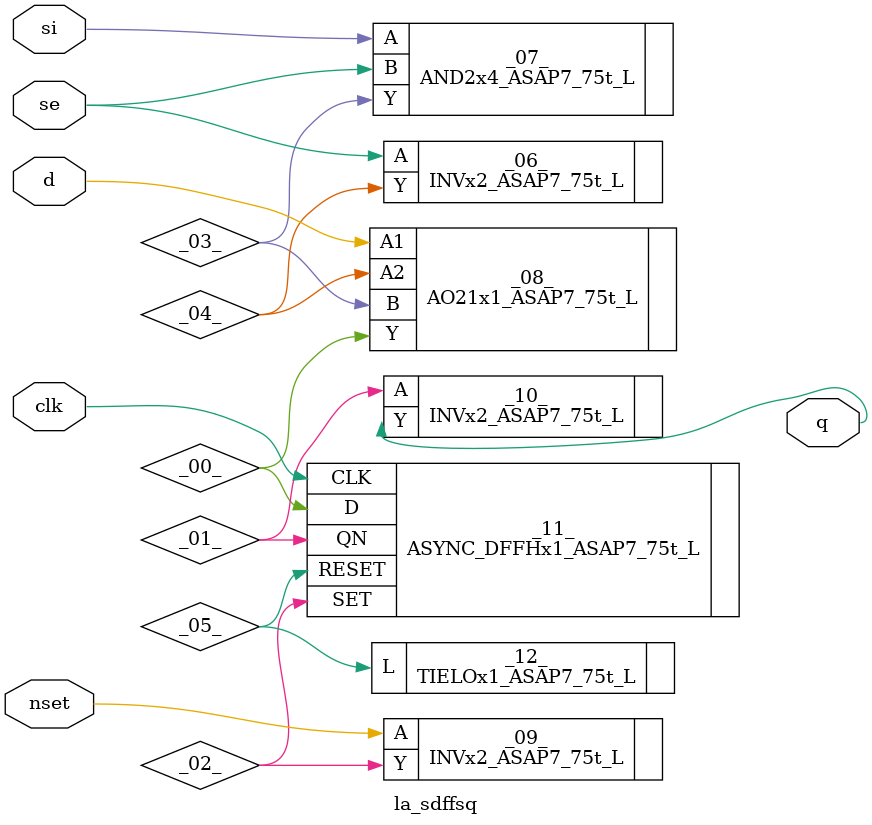
<source format=v>

/* Generated by Yosys 0.37 (git sha1 a5c7f69ed, clang 14.0.0-1ubuntu1.1 -fPIC -Os) */

module la_sdffsq(d, si, se, clk, nset, q);
  wire _00_;
  wire _01_;
  wire _02_;
  wire _03_;
  wire _04_;
  wire _05_;
  input clk;
  wire clk;
  input d;
  wire d;
  input nset;
  wire nset;
  output q;
  wire q;
  input se;
  wire se;
  input si;
  wire si;
  INVx2_ASAP7_75t_L _06_ (
    .A(se),
    .Y(_04_)
  );
  AND2x4_ASAP7_75t_L _07_ (
    .A(si),
    .B(se),
    .Y(_03_)
  );
  AO21x1_ASAP7_75t_L _08_ (
    .A1(d),
    .A2(_04_),
    .B(_03_),
    .Y(_00_)
  );
  INVx2_ASAP7_75t_L _09_ (
    .A(nset),
    .Y(_02_)
  );
  INVx2_ASAP7_75t_L _10_ (
    .A(_01_),
    .Y(q)
  );
  ASYNC_DFFHx1_ASAP7_75t_L _11_ (
    .CLK(clk),
    .D(_00_),
    .QN(_01_),
    .RESET(_05_),
    .SET(_02_)
  );
  TIELOx1_ASAP7_75t_L _12_ (
    .L(_05_)
  );
endmodule

</source>
